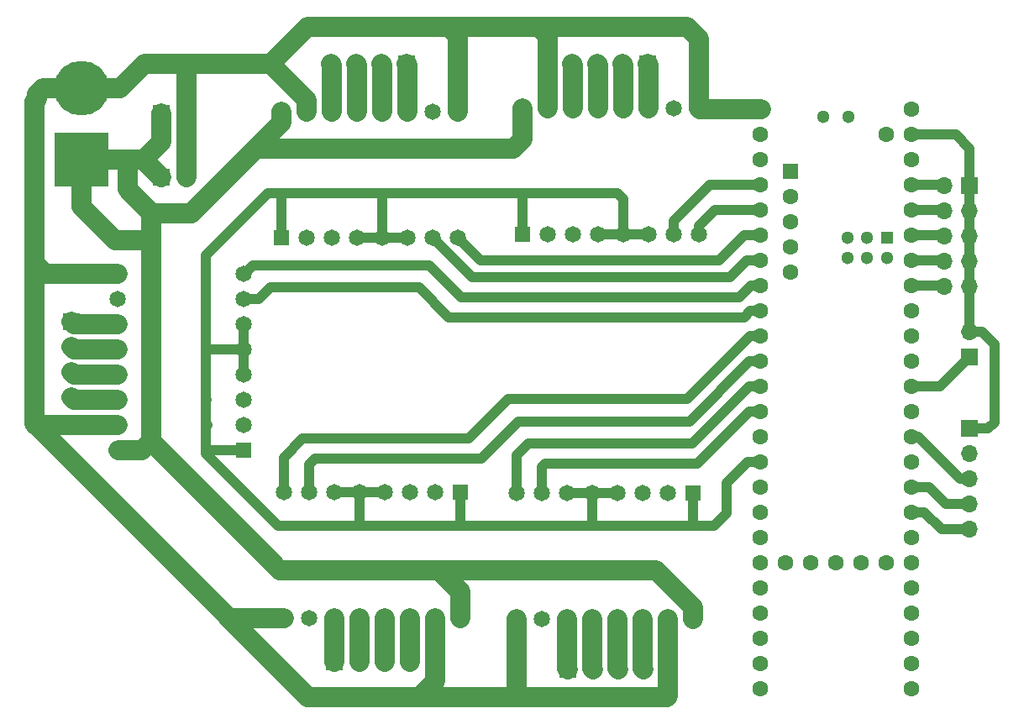
<source format=gbr>
G04 #@! TF.GenerationSoftware,KiCad,Pcbnew,(5.1.5-0)*
G04 #@! TF.CreationDate,2021-03-26T21:01:50-04:00*
G04 #@! TF.ProjectId,Board,426f6172-642e-46b6-9963-61645f706362,rev?*
G04 #@! TF.SameCoordinates,Original*
G04 #@! TF.FileFunction,Copper,L2,Bot*
G04 #@! TF.FilePolarity,Positive*
%FSLAX46Y46*%
G04 Gerber Fmt 4.6, Leading zero omitted, Abs format (unit mm)*
G04 Created by KiCad (PCBNEW (5.1.5-0)) date 2021-03-26 21:01:50*
%MOMM*%
%LPD*%
G04 APERTURE LIST*
%ADD10R,1.700000X1.700000*%
%ADD11O,1.700000X1.700000*%
%ADD12C,1.650000*%
%ADD13R,1.650000X1.650000*%
%ADD14R,5.516000X5.516000*%
%ADD15C,5.516000*%
%ADD16C,1.600000*%
%ADD17R,1.600000X1.600000*%
%ADD18R,1.300000X1.300000*%
%ADD19C,1.300000*%
%ADD20C,2.000000*%
%ADD21C,1.000000*%
%ADD22C,0.500000*%
G04 APERTURE END LIST*
D10*
X195500000Y-11750000D03*
D11*
X195500000Y-14290000D03*
X195500000Y-16830000D03*
X195500000Y-19370000D03*
X195500000Y-21910000D03*
D10*
X131500000Y-35250000D03*
D11*
X134040000Y-35250000D03*
X136580000Y-35250000D03*
X139120000Y-35250000D03*
D12*
X133730000Y7542401D03*
X133730000Y20242401D03*
X136270000Y7542401D03*
X138810000Y7542401D03*
X141350000Y7542401D03*
X143890000Y7542401D03*
X131190000Y7542401D03*
X128650000Y7542401D03*
D13*
X126110000Y7542401D03*
D12*
X131190000Y20242401D03*
X128650000Y20242401D03*
X126110000Y20242401D03*
X136270000Y20242401D03*
X138810000Y20242401D03*
X141350000Y20242401D03*
X143890000Y20242401D03*
X126360000Y-30850000D03*
X128900000Y-30850000D03*
X131440000Y-30850000D03*
X133980000Y-30850000D03*
X144140000Y-30850000D03*
X141600000Y-30850000D03*
X139060000Y-30850000D03*
D13*
X144140000Y-18150000D03*
D12*
X141600000Y-18150000D03*
X139060000Y-18150000D03*
X126360000Y-18150000D03*
X128900000Y-18150000D03*
X131440000Y-18150000D03*
X133980000Y-18150000D03*
X136520000Y-30850000D03*
X136520000Y-18150000D03*
X158052601Y7852401D03*
X158052601Y20552401D03*
X160592601Y7852401D03*
X163132601Y7852401D03*
X165672601Y7852401D03*
X168212601Y7852401D03*
X155512601Y7852401D03*
X152972601Y7852401D03*
D13*
X150432601Y7852401D03*
D12*
X155512601Y20552401D03*
X152972601Y20552401D03*
X150432601Y20552401D03*
X160592601Y20552401D03*
X163132601Y20552401D03*
X165672601Y20552401D03*
X168212601Y20552401D03*
X160007399Y-18232401D03*
X160007399Y-30932401D03*
X157467399Y-18232401D03*
X154927399Y-18232401D03*
X152387399Y-18232401D03*
X149847399Y-18232401D03*
X162547399Y-18232401D03*
X165087399Y-18232401D03*
D13*
X167627399Y-18232401D03*
D12*
X162547399Y-30932401D03*
X165087399Y-30932401D03*
X167627399Y-30932401D03*
X157467399Y-30932401D03*
X154927399Y-30932401D03*
X152387399Y-30932401D03*
X149847399Y-30932401D03*
X109650000Y3890000D03*
X109650000Y1350000D03*
X109650000Y-1190000D03*
X109650000Y-3730000D03*
X109650000Y-13890000D03*
X109650000Y-11350000D03*
X109650000Y-8810000D03*
D13*
X122350000Y-13890000D03*
D12*
X122350000Y-11350000D03*
X122350000Y-8810000D03*
X122350000Y3890000D03*
X122350000Y1350000D03*
X122350000Y-1190000D03*
X122350000Y-3730000D03*
X109650000Y-6270000D03*
X122350000Y-6270000D03*
D11*
X131130000Y25000000D03*
X133670000Y25000000D03*
X136210000Y25000000D03*
D10*
X138750000Y25000000D03*
D11*
X155460000Y25000000D03*
X158000000Y25000000D03*
X160540000Y25000000D03*
D10*
X163080000Y25000000D03*
X155000000Y-36000000D03*
D11*
X157540000Y-36000000D03*
X160080000Y-36000000D03*
X162620000Y-36000000D03*
D10*
X105000000Y-1000000D03*
D11*
X105000000Y-3540000D03*
X105000000Y-6080000D03*
X105000000Y-8620000D03*
D14*
X106000000Y15400000D03*
D15*
X106000000Y22600000D03*
D10*
X114000000Y13597401D03*
D11*
X116540000Y13597401D03*
D10*
X195500000Y12750000D03*
D11*
X192960000Y12750000D03*
X195500000Y10210000D03*
X192960000Y10210000D03*
X195500000Y7670000D03*
X192960000Y7670000D03*
X195500000Y5130000D03*
X192960000Y5130000D03*
X195500000Y2590000D03*
X192960000Y2590000D03*
X116540000Y20000000D03*
D10*
X114000000Y20000000D03*
D16*
X187080000Y17920000D03*
X177430800Y4000800D03*
X177430800Y6540800D03*
X177430800Y9080800D03*
X177430800Y11620800D03*
D17*
X177430800Y14160800D03*
D16*
X189620000Y20460000D03*
X189620000Y17920000D03*
X189620000Y15380000D03*
X189620000Y12840000D03*
X189620000Y10300000D03*
X189620000Y7760000D03*
X189620000Y5220000D03*
X189620000Y2680000D03*
X189620000Y140000D03*
X189620000Y-2400000D03*
X189620000Y-4940000D03*
X189620000Y-7480000D03*
X189620000Y-10020000D03*
X189620000Y-12560000D03*
D17*
X174380000Y20460000D03*
D16*
X174380000Y17920000D03*
X174380000Y15380000D03*
X174380000Y12840000D03*
X174380000Y10300000D03*
X174380000Y7760000D03*
X174380000Y5220000D03*
X174380000Y2680000D03*
X174380000Y140000D03*
X174380000Y-2400000D03*
X174380000Y-4940000D03*
X174380000Y-7480000D03*
X174380000Y-10020000D03*
X189620000Y-15100000D03*
X189620000Y-17640000D03*
X189620000Y-20180000D03*
X189620000Y-22720000D03*
X189620000Y-25260000D03*
X189620000Y-27800000D03*
X189620000Y-30340000D03*
X189620000Y-32880000D03*
X189620000Y-35420000D03*
X189620000Y-37960000D03*
X174380000Y-37960000D03*
X174380000Y-35420000D03*
X174380000Y-32880000D03*
X174380000Y-30340000D03*
X174380000Y-12560000D03*
X174380000Y-15100000D03*
X174380000Y-17640000D03*
X174380000Y-27800000D03*
X174380000Y-25260000D03*
X174380000Y-22720000D03*
X174380000Y-20180000D03*
D18*
X187181600Y7490000D03*
D19*
X187181600Y5490000D03*
X185181600Y7490000D03*
X185181600Y5490000D03*
X183181600Y5490000D03*
X183181600Y7490000D03*
D16*
X176920000Y-25260000D03*
X179460000Y-25260000D03*
X182000000Y-25260000D03*
X184540000Y-25260000D03*
X187080000Y-25260000D03*
D19*
X180730000Y19730000D03*
X183270000Y19730000D03*
D10*
X195500000Y-4500000D03*
D11*
X195500000Y-1960000D03*
D20*
X109900401Y22600000D02*
X112300401Y25000000D01*
X106000000Y22600000D02*
X109900401Y22600000D01*
X112300401Y25000000D02*
X116000000Y25000000D01*
X116540000Y24460000D02*
X116540000Y20000000D01*
X116000000Y25000000D02*
X116540000Y24460000D01*
X116540000Y20000000D02*
X116540000Y13597401D01*
X116000000Y25000000D02*
X125059127Y25000000D01*
X128650000Y21409127D02*
X128650000Y20242401D01*
X125059127Y25000000D02*
X128650000Y21409127D01*
X143890000Y27884990D02*
X143890000Y20242401D01*
X143000000Y28774990D02*
X143890000Y27884990D01*
X128774990Y28774990D02*
X143000000Y28774990D01*
X125059127Y25059127D02*
X128774990Y28774990D01*
X125059127Y25000000D02*
X125059127Y25059127D01*
X152972601Y27802389D02*
X152972601Y20552401D01*
X152000000Y28774990D02*
X152972601Y27802389D01*
X143000000Y28774990D02*
X152000000Y28774990D01*
X152000000Y28774990D02*
X167000000Y28774990D01*
X167000000Y28774990D02*
X168212601Y27562389D01*
X168212601Y21212601D02*
X168212601Y20552401D01*
X168335202Y20500000D02*
X174500000Y20500000D01*
X168212601Y27562389D02*
X168212601Y23212601D01*
X168212601Y23212601D02*
X168215202Y23210000D01*
X168212601Y23212601D02*
X168212601Y21212601D01*
X102335010Y3890000D02*
X109650000Y3890000D01*
X101225010Y5000000D02*
X102335010Y3890000D01*
X101225010Y21225010D02*
X101225010Y5000000D01*
X101499599Y21499599D02*
X101225010Y21225010D01*
X101499599Y22000000D02*
X101499599Y21499599D01*
X102099599Y22600000D02*
X101499599Y22000000D01*
X106000000Y22600000D02*
X102099599Y22600000D01*
X101225010Y5000000D02*
X101225010Y-11225010D01*
X101225010Y-11225010D02*
X102000000Y-12000000D01*
X101225010Y-11225010D02*
X120350000Y-30350000D01*
X120350000Y-30350000D02*
X128774990Y-38774990D01*
X128774990Y-38774990D02*
X140000000Y-38774990D01*
X149847399Y-38152601D02*
X149847399Y-30932401D01*
X140000000Y-38774990D02*
X149225010Y-38774990D01*
X149225010Y-38774990D02*
X149847399Y-38152601D01*
X165087399Y-38687591D02*
X165087399Y-30932401D01*
X165000000Y-38774990D02*
X165087399Y-38687591D01*
X149225010Y-38774990D02*
X165000000Y-38774990D01*
X141600000Y-37174990D02*
X141600000Y-30850000D01*
X140000000Y-38774990D02*
X141600000Y-37174990D01*
X120850000Y-30850000D02*
X126360000Y-30850000D01*
X120350000Y-30350000D02*
X120850000Y-30850000D01*
D21*
X189620000Y17920000D02*
X194080000Y17920000D01*
X195500000Y16500000D02*
X195500000Y12750000D01*
X194080000Y17920000D02*
X195500000Y16500000D01*
X195500000Y12750000D02*
X195500000Y2590000D01*
X195500000Y2590000D02*
X195500000Y-2250000D01*
X196702081Y-1960000D02*
X198000000Y-3257919D01*
X195500000Y-1960000D02*
X196702081Y-1960000D01*
X198000000Y-11100000D02*
X197350000Y-11750000D01*
X197350000Y-11750000D02*
X195500000Y-11750000D01*
X198000000Y-3257919D02*
X198000000Y-11100000D01*
D20*
X101350000Y-11350000D02*
X101225010Y-11225010D01*
X109650000Y-11350000D02*
X101350000Y-11350000D01*
X112197401Y15400000D02*
X114000000Y13597401D01*
X114000000Y17150000D02*
X114000000Y20000000D01*
X112250000Y15400000D02*
X114000000Y17150000D01*
X112197401Y15400000D02*
X112250000Y15400000D01*
X110600000Y15400000D02*
X110600000Y12400000D01*
X106000000Y15400000D02*
X110600000Y15400000D01*
X110600000Y15400000D02*
X112197401Y15400000D01*
X110600000Y12400000D02*
X113000000Y10000000D01*
X126110000Y19075675D02*
X126110000Y20242401D01*
X113000000Y10000000D02*
X117034325Y10000000D01*
X112052860Y-13947140D02*
X109707141Y-13947140D01*
X113000000Y-13000000D02*
X112052860Y-13947140D01*
X113000000Y-13000000D02*
X126000000Y-26000000D01*
X126000000Y-26000000D02*
X142000000Y-26000000D01*
X167627399Y-29765675D02*
X167627399Y-30932401D01*
X163861724Y-26000000D02*
X167627399Y-29765675D01*
X142000000Y-26000000D02*
X163861724Y-26000000D01*
X123517163Y16482837D02*
X149482837Y16482837D01*
X117034325Y10000000D02*
X123517163Y16482837D01*
X123517163Y16482837D02*
X126110000Y19075675D01*
X150432601Y17432601D02*
X150432601Y20552401D01*
X149482837Y16482837D02*
X150432601Y17432601D01*
X109392000Y7250000D02*
X113000000Y7250000D01*
X106000000Y10642000D02*
X109392000Y7250000D01*
X106000000Y15400000D02*
X106000000Y10642000D01*
X113000000Y7250000D02*
X113000000Y-13000000D01*
X113000000Y10000000D02*
X113000000Y7250000D01*
X144140000Y-28140000D02*
X144140000Y-30850000D01*
X142000000Y-26000000D02*
X144140000Y-28140000D01*
X158052601Y24947399D02*
X158000000Y25000000D01*
X158052601Y20552401D02*
X158052601Y24947399D01*
X155512601Y24947399D02*
X155460000Y25000000D01*
X155512601Y20552401D02*
X155512601Y24947399D01*
X160592601Y24947399D02*
X160540000Y25000000D01*
X160592601Y20552401D02*
X160592601Y24947399D01*
X163132601Y24947399D02*
X163080000Y25000000D01*
X163132601Y20552401D02*
X163132601Y24947399D01*
X131440000Y-35190000D02*
X131500000Y-35250000D01*
X131440000Y-30850000D02*
X131440000Y-35190000D01*
X133980000Y-35190000D02*
X134040000Y-35250000D01*
X133980000Y-30850000D02*
X133980000Y-35190000D01*
X139060000Y-35190000D02*
X139120000Y-35250000D01*
X139060000Y-30850000D02*
X139060000Y-35190000D01*
X136520000Y-35190000D02*
X136580000Y-35250000D01*
X136520000Y-30850000D02*
X136520000Y-35190000D01*
D21*
X125750000Y-21500000D02*
X118500000Y-14250000D01*
X118500000Y5750000D02*
X124750000Y12000000D01*
X165000000Y-21500000D02*
X162500000Y-21500000D01*
X157250000Y-21500000D02*
X155000000Y-21500000D01*
X141250000Y-21500000D02*
X138500000Y-21500000D01*
X138500000Y-21500000D02*
X133750000Y-21500000D01*
X133750000Y-21500000D02*
X131500000Y-21500000D01*
X131500000Y-21500000D02*
X125750000Y-21500000D01*
X118500000Y-11500000D02*
X118650000Y-11350000D01*
X118500000Y-8750000D02*
X118560000Y-8810000D01*
X118500000Y-11500000D02*
X118500000Y-8750000D01*
X118500000Y-8750000D02*
X118500000Y-3750000D01*
X118500000Y-3750000D02*
X118500000Y-1500000D01*
X118500000Y-1500000D02*
X118500000Y5750000D01*
X128750000Y12000000D02*
X131250000Y12000000D01*
X131250000Y12000000D02*
X136250000Y12000000D01*
X136250000Y12000000D02*
X139000000Y12000000D01*
X155500000Y12000000D02*
X155512601Y11987399D01*
X153250000Y12000000D02*
X155500000Y12000000D01*
X155500000Y12000000D02*
X160000000Y12000000D01*
X162500000Y-21500000D02*
X160000000Y-21500000D01*
X160000000Y-21500000D02*
X157250000Y-21500000D01*
X160007399Y-18232401D02*
X154927399Y-18232401D01*
X133750000Y-21500000D02*
X133730000Y-21480000D01*
X157467399Y-21282601D02*
X157467399Y-18232401D01*
X157250000Y-21500000D02*
X157467399Y-21282601D01*
X118520000Y-3730000D02*
X122350000Y-3730000D01*
X118500000Y-3750000D02*
X118520000Y-3730000D01*
X122350000Y-1190000D02*
X122350000Y-6270000D01*
X136270000Y11980000D02*
X136270000Y7542401D01*
X136250000Y12000000D02*
X136270000Y11980000D01*
X133730000Y7542401D02*
X138810000Y7542401D01*
X160592601Y11407399D02*
X160592601Y7852401D01*
X160000000Y12000000D02*
X160592601Y11407399D01*
X158052601Y7852401D02*
X163132601Y7852401D01*
X167627399Y-21372601D02*
X167627399Y-18232401D01*
X167500000Y-21500000D02*
X167627399Y-21372601D01*
X169750000Y-21500000D02*
X167500000Y-21500000D01*
X167500000Y-21500000D02*
X165000000Y-21500000D01*
X155000000Y-21500000D02*
X144000000Y-21500000D01*
X144000000Y-21500000D02*
X141250000Y-21500000D01*
X118640000Y-13890000D02*
X122350000Y-13890000D01*
X118500000Y-13750000D02*
X118640000Y-13890000D01*
X118500000Y-14250000D02*
X118500000Y-13750000D01*
X118500000Y-13750000D02*
X118500000Y-11500000D01*
X126110000Y11890000D02*
X126110000Y7542401D01*
X126000000Y12000000D02*
X126110000Y11890000D01*
X124750000Y12000000D02*
X126000000Y12000000D01*
X126000000Y12000000D02*
X128750000Y12000000D01*
X150432601Y11932601D02*
X150432601Y7852401D01*
X150500000Y12000000D02*
X150432601Y11932601D01*
X139000000Y12000000D02*
X150500000Y12000000D01*
X150500000Y12000000D02*
X153250000Y12000000D01*
X133980000Y-21270000D02*
X133980000Y-18150000D01*
X133750000Y-21500000D02*
X133980000Y-21270000D01*
X131440000Y-18150000D02*
X136520000Y-18150000D01*
X144140000Y-21360000D02*
X144140000Y-18150000D01*
X144000000Y-21500000D02*
X144140000Y-21360000D01*
X174380000Y-15100000D02*
X173150000Y-15100000D01*
X173150000Y-15100000D02*
X171000000Y-17250000D01*
X171000000Y-20250000D02*
X169750000Y-21500000D01*
X171000000Y-17250000D02*
X171000000Y-20250000D01*
D22*
X165672601Y8013971D02*
X165672601Y7852401D01*
D21*
X165672601Y7852401D02*
X165672601Y9172601D01*
X169340000Y12840000D02*
X174380000Y12840000D01*
X165672601Y9172601D02*
X169340000Y12840000D01*
X168212601Y7852401D02*
X168212601Y8712601D01*
X169800000Y10300000D02*
X174380000Y10300000D01*
X168212601Y8712601D02*
X169800000Y10300000D01*
X126360000Y-14640000D02*
X126360000Y-18150000D01*
X128250000Y-12750000D02*
X126360000Y-14640000D01*
X167000000Y-8750000D02*
X149000000Y-8750000D01*
X145000000Y-12750000D02*
X128250000Y-12750000D01*
X174380000Y-2400000D02*
X173350000Y-2400000D01*
X149000000Y-8750000D02*
X145000000Y-12750000D01*
X173350000Y-2400000D02*
X167000000Y-8750000D01*
X146250000Y-14750000D02*
X129500000Y-14750000D01*
X128900000Y-15350000D02*
X128900000Y-18150000D01*
X129500000Y-14750000D02*
X128900000Y-15350000D01*
X150000000Y-11000000D02*
X146250000Y-14750000D01*
X174380000Y-4940000D02*
X173310000Y-4940000D01*
X167250000Y-11000000D02*
X150000000Y-11000000D01*
X173310000Y-4940000D02*
X167250000Y-11000000D01*
D20*
X133730000Y24940000D02*
X133670000Y25000000D01*
X133730000Y20242401D02*
X133730000Y24940000D01*
D21*
X145392401Y3500000D02*
X141350000Y7542401D01*
X171310000Y3500000D02*
X145392401Y3500000D01*
X173030000Y5220000D02*
X171310000Y3500000D01*
X174380000Y5220000D02*
X173030000Y5220000D01*
X146182401Y5250000D02*
X143890000Y7542401D01*
X170250000Y5250000D02*
X146182401Y5250000D01*
X172760000Y7760000D02*
X170250000Y5250000D01*
X174380000Y7760000D02*
X172760000Y7760000D01*
D20*
X131190000Y24940000D02*
X131130000Y25000000D01*
X131190000Y20242401D02*
X131190000Y24940000D01*
X136270000Y24940000D02*
X136210000Y25000000D01*
X136270000Y20242401D02*
X136270000Y24940000D01*
X138810000Y24940000D02*
X138750000Y25000000D01*
X138810000Y20242401D02*
X138810000Y24940000D01*
X160007399Y-35927399D02*
X160080000Y-36000000D01*
X160007399Y-30932401D02*
X160007399Y-35927399D01*
D21*
X152750000Y-15250000D02*
X152387399Y-15612601D01*
X168040000Y-15250000D02*
X152750000Y-15250000D01*
X152387399Y-15612601D02*
X152387399Y-18232401D01*
X173270000Y-10020000D02*
X168040000Y-15250000D01*
X174380000Y-10020000D02*
X173270000Y-10020000D01*
X149847399Y-14402601D02*
X149847399Y-18232401D01*
X151000000Y-13250000D02*
X149847399Y-14402601D01*
X167500000Y-13250000D02*
X151000000Y-13250000D01*
X173270000Y-7480000D02*
X167500000Y-13250000D01*
X174380000Y-7480000D02*
X173270000Y-7480000D01*
D20*
X162547399Y-35927399D02*
X162620000Y-36000000D01*
X162547399Y-30932401D02*
X162547399Y-35927399D01*
X157467399Y-35927399D02*
X157540000Y-36000000D01*
X157467399Y-30932401D02*
X157467399Y-35927399D01*
X154927399Y-35927399D02*
X155000000Y-36000000D01*
X154927399Y-30932401D02*
X154927399Y-35927399D01*
X105190000Y-1190000D02*
X105000000Y-1000000D01*
X109650000Y-1190000D02*
X105190000Y-1190000D01*
X105190000Y-3730000D02*
X105000000Y-3540000D01*
X109650000Y-3730000D02*
X105190000Y-3730000D01*
X105190000Y-8810000D02*
X105000000Y-8620000D01*
X109650000Y-8810000D02*
X105190000Y-8810000D01*
D21*
X123210000Y4750000D02*
X122350000Y3890000D01*
X141000000Y4750000D02*
X123210000Y4750000D01*
X144250000Y1500000D02*
X141000000Y4750000D01*
X172250000Y1500000D02*
X144250000Y1500000D01*
X173430000Y2680000D02*
X172250000Y1500000D01*
X174380000Y2680000D02*
X173430000Y2680000D01*
X174380000Y140000D02*
X173390000Y140000D01*
X173390000Y140000D02*
X172750000Y-500000D01*
X172750000Y-500000D02*
X143000000Y-500000D01*
X143000000Y-500000D02*
X140000000Y2500000D01*
X140000000Y2500000D02*
X125000000Y2500000D01*
X123850000Y1350000D02*
X122350000Y1350000D01*
X125000000Y2500000D02*
X123850000Y1350000D01*
D20*
X105190000Y-6270000D02*
X105000000Y-6080000D01*
X109650000Y-6270000D02*
X105190000Y-6270000D01*
D21*
X192870000Y12840000D02*
X192960000Y12750000D01*
X189620000Y12840000D02*
X192870000Y12840000D01*
X192870000Y10300000D02*
X192960000Y10210000D01*
X189620000Y10300000D02*
X192870000Y10300000D01*
X192870000Y7760000D02*
X192960000Y7670000D01*
X189620000Y7760000D02*
X192870000Y7760000D01*
X192870000Y5220000D02*
X192960000Y5130000D01*
X189620000Y5220000D02*
X192870000Y5220000D01*
X192870000Y2680000D02*
X192960000Y2590000D01*
X189620000Y2680000D02*
X192870000Y2680000D01*
X192520000Y-7480000D02*
X195500000Y-4500000D01*
X189620000Y-7480000D02*
X192520000Y-7480000D01*
X194580000Y-16830000D02*
X195500000Y-16830000D01*
X190310000Y-12560000D02*
X194580000Y-16830000D01*
X189620000Y-12560000D02*
X190310000Y-12560000D01*
X189620000Y-17640000D02*
X191390000Y-17640000D01*
X193120000Y-19370000D02*
X195500000Y-19370000D01*
X191390000Y-17640000D02*
X193120000Y-19370000D01*
X189620000Y-20180000D02*
X190930000Y-20180000D01*
X192660000Y-21910000D02*
X195500000Y-21910000D01*
X190930000Y-20180000D02*
X192660000Y-21910000D01*
M02*

</source>
